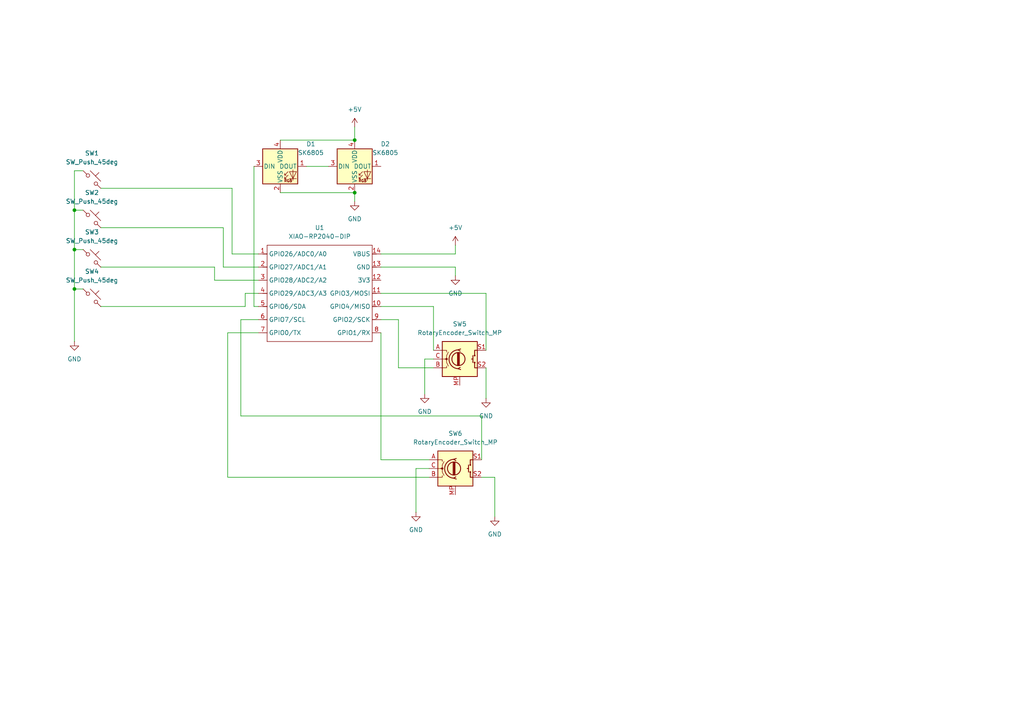
<source format=kicad_sch>
(kicad_sch (version 20250114) (generator "eeschema") (generator_version "9.0")
  (paper "A4")
  (lib_symbols
    (symbol "Device:RotaryEncoder_Switch_MP" (pin_names (offset 0.254) (hide yes))
      (property "Reference" "SW" (at 0 8.89 0))
      (property "Value" "RotaryEncoder_Switch_MP" (at 0 6.35 0))
      (symbol "RotaryEncoder_Switch_MP_0_1"
        (rectangle (start -5.08 5.08) (end 5.08 -5.08) (stroke (width 0.254)) (fill (type background)))
        (polyline (pts (xy -5.08 2.54) (xy -3.81 2.54) (xy -3.81 2.032)))
        (polyline (pts (xy -5.08 0) (xy -3.81 0) (xy -3.81 -1.016) (xy -3.302 -2.032)))
        (polyline (pts (xy -5.08 -2.54) (xy -3.81 -2.54) (xy -3.81 -2.032)))
        (polyline (pts (xy -4.318 0) (xy -3.81 0) (xy -3.81 1.016) (xy -3.302 2.032)))
        (circle (center -3.81 0) (radius 0.254) (fill (type outline)))
        (polyline (pts (xy -0.635 -1.778) (xy -0.635 1.778)) (stroke (width 0.254)))
        (circle (center -0.381 0) (radius 1.905) (stroke (width 0.254)))
        (polyline (pts (xy -0.381 -1.778) (xy -0.381 1.778)) (stroke (width 0.254)))
        (arc (start -0.381 -2.794) (mid -3.0988 -0.0635) (end -0.381 2.667) (stroke (width 0.254)))
        (polyline (pts (xy -0.127 1.778) (xy -0.127 -1.778)) (stroke (width 0.254)))
        (polyline (pts (xy 0.254 2.921) (xy -0.508 2.667) (xy 0.127 2.286)) (stroke (width 0.254)))
        (polyline (pts (xy 0.254 -3.048) (xy -0.508 -2.794) (xy 0.127 -2.413)) (stroke (width 0.254)))
        (polyline (pts (xy 3.81 1.016) (xy 3.81 -1.016)) (stroke (width 0.254)))
        (polyline (pts (xy 3.81 0) (xy 3.429 0)) (stroke (width 0.254)))
        (circle (center 4.318 1.016) (radius 0.127) (stroke (width 0.254)))
        (circle (center 4.318 -1.016) (radius 0.127) (stroke (width 0.254)))
        (polyline (pts (xy 5.08 2.54) (xy 4.318 2.54) (xy 4.318 1.016)) (stroke (width 0.254)))
        (polyline (pts (xy 5.08 -2.54) (xy 4.318 -2.54) (xy 4.318 -1.016)) (stroke (width 0.254)))
      )
      (symbol "RotaryEncoder_Switch_MP_1_1"
        (pin passive line (at -7.62 2.54 0) (length 2.54) (name "A") (number "A"))
        (pin passive line (at -7.62 0 0) (length 2.54) (name "C") (number "C"))
        (pin passive line (at -7.62 -2.54 0) (length 2.54) (name "B") (number "B"))
        (pin passive line (at 0 -7.62 90) (length 2.54) (name "MP") (number "MP"))
        (pin passive line (at 7.62 2.54 180) (length 2.54) (name "S1") (number "S1"))
        (pin passive line (at 7.62 -2.54 180) (length 2.54) (name "S2") (number "S2"))
      )
    )
    (symbol "LED:SK6805" (pin_names (offset 0.254))
      (property "Reference" "D" (at 5.08 5.715 0))
      (property "Value" "SK6805" (at 1.27 -5.715 0))
      (symbol "SK6805_0_0"
        (text "RGB" (at 2.286 -4.191 0) (effects (font (size 0.762 0.762))))
      )
      (symbol "SK6805_0_1"
        (polyline (pts (xy 1.27 -2.54) (xy 1.778 -2.54)))
        (polyline (pts (xy 1.27 -3.556) (xy 1.778 -3.556)))
        (polyline (pts (xy 2.286 -1.524) (xy 1.27 -2.54) (xy 1.27 -2.032)))
        (polyline (pts (xy 2.286 -2.54) (xy 1.27 -3.556) (xy 1.27 -3.048)))
        (polyline (pts (xy 3.683 -1.016) (xy 3.683 -3.556) (xy 3.683 -4.064)))
        (polyline (pts (xy 4.699 -1.524) (xy 2.667 -1.524) (xy 3.683 -3.556) (xy 4.699 -1.524)))
        (polyline (pts (xy 4.699 -3.556) (xy 2.667 -3.556)))
        (rectangle (start 5.08 5.08) (end -5.08 -5.08) (stroke (width 0.254)) (fill (type background)))
      )
      (symbol "SK6805_1_1"
        (pin input line (at -7.62 0 0) (length 2.54) (name "DIN") (number "3"))
        (pin power_in line (at 0 7.62 270) (length 2.54) (name "VDD") (number "4"))
        (pin power_in line (at 0 -7.62 90) (length 2.54) (name "VSS") (number "2"))
        (pin output line (at 7.62 0 180) (length 2.54) (name "DOUT") (number "1"))
      )
    )
    (symbol "Switch:SW_Push_45deg" (pin_numbers (hide yes)) (pin_names (offset 1.016) (hide yes))
      (property "Reference" "SW" (at 3.048 1.016 0))
      (property "Value" "SW_Push_45deg" (at 0 -3.81 0))
      (symbol "SW_Push_45deg_0_1"
        (polyline (pts (xy -2.54 2.54) (xy -1.524 1.524) (xy -1.524 1.524)))
        (circle (center -1.1684 1.1684) (radius 0.508))
        (polyline (pts (xy -0.508 2.54) (xy 2.54 -0.508)))
        (polyline (pts (xy 1.016 1.016) (xy 2.032 2.032)))
        (circle (center 1.143 -1.1938) (radius 0.508))
        (polyline (pts (xy 1.524 -1.524) (xy 2.54 -2.54) (xy 2.54 -2.54) (xy 2.54 -2.54)))
        (pin passive line (at -2.54 2.54 0) (length 0) (name "1") (number "1"))
        (pin passive line (at 2.54 -2.54 180) (length 0) (name "2") (number "2"))
      )
    )
    (symbol "XIAO:XIAO-RP2040-DIP"
      (property "Reference" "U" (at 0 0 0))
      (property "Value" "XIAO-RP2040-DIP" (at 5.334 -1.778 0))
      (symbol "XIAO-RP2040-DIP_1_0"
        (polyline (pts (xy -1.27 -2.54) (xy 29.21 -2.54)) (stroke (width 0.1524)))
        (polyline (pts (xy -1.27 -5.08) (xy -2.54 -5.08)) (stroke (width 0.1524)))
        (polyline (pts (xy -1.27 -5.08) (xy -1.27 -2.54)) (stroke (width 0.1524)))
        (polyline (pts (xy -1.27 -8.89) (xy -2.54 -8.89)) (stroke (width 0.1524)))
        (polyline (pts (xy -1.27 -8.89) (xy -1.27 -5.08)) (stroke (width 0.1524)))
        (polyline (pts (xy -1.27 -12.7) (xy -2.54 -12.7)) (stroke (width 0.1524)))
        (polyline (pts (xy -1.27 -12.7) (xy -1.27 -8.89)) (stroke (width 0.1524)))
        (polyline (pts (xy -1.27 -16.51) (xy -2.54 -16.51)) (stroke (width 0.1524)))
        (polyline (pts (xy -1.27 -16.51) (xy -1.27 -12.7)) (stroke (width 0.1524)))
        (polyline (pts (xy -1.27 -20.32) (xy -2.54 -20.32)) (stroke (width 0.1524)))
        (polyline (pts (xy -1.27 -24.13) (xy -2.54 -24.13)) (stroke (width 0.1524)))
        (polyline (pts (xy -1.27 -27.94) (xy -2.54 -27.94)) (stroke (width 0.1524)))
        (polyline (pts (xy -1.27 -30.48) (xy -1.27 -16.51)) (stroke (width 0.1524)))
        (polyline (pts (xy 29.21 -2.54) (xy 29.21 -5.08)) (stroke (width 0.1524)))
        (polyline (pts (xy 29.21 -5.08) (xy 29.21 -8.89)) (stroke (width 0.1524)))
        (polyline (pts (xy 29.21 -8.89) (xy 29.21 -12.7)) (stroke (width 0.1524)))
        (polyline (pts (xy 29.21 -12.7) (xy 29.21 -30.48)) (stroke (width 0.1524)))
        (polyline (pts (xy 29.21 -30.48) (xy -1.27 -30.48)) (stroke (width 0.1524)))
        (polyline (pts (xy 30.48 -5.08) (xy 29.21 -5.08)) (stroke (width 0.1524)))
        (polyline (pts (xy 30.48 -8.89) (xy 29.21 -8.89)) (stroke (width 0.1524)))
        (polyline (pts (xy 30.48 -12.7) (xy 29.21 -12.7)) (stroke (width 0.1524)))
        (polyline (pts (xy 30.48 -16.51) (xy 29.21 -16.51)) (stroke (width 0.1524)))
        (polyline (pts (xy 30.48 -20.32) (xy 29.21 -20.32)) (stroke (width 0.1524)))
        (polyline (pts (xy 30.48 -24.13) (xy 29.21 -24.13)) (stroke (width 0.1524)))
        (polyline (pts (xy 30.48 -27.94) (xy 29.21 -27.94)) (stroke (width 0.1524)))
        (pin passive line (at -3.81 -5.08 0) (length 2.54) (name "GPIO26/ADC0/A0") (number "1"))
        (pin passive line (at -3.81 -8.89 0) (length 2.54) (name "GPIO27/ADC1/A1") (number "2"))
        (pin passive line (at -3.81 -12.7 0) (length 2.54) (name "GPIO28/ADC2/A2") (number "3"))
        (pin passive line (at -3.81 -16.51 0) (length 2.54) (name "GPIO29/ADC3/A3") (number "4"))
        (pin passive line (at -3.81 -20.32 0) (length 2.54) (name "GPIO6/SDA") (number "5"))
        (pin passive line (at -3.81 -24.13 0) (length 2.54) (name "GPIO7/SCL") (number "6"))
        (pin passive line (at -3.81 -27.94 0) (length 2.54) (name "GPIO0/TX") (number "7"))
        (pin passive line (at 31.75 -5.08 180) (length 2.54) (name "VBUS") (number "14"))
        (pin passive line (at 31.75 -8.89 180) (length 2.54) (name "GND") (number "13"))
        (pin passive line (at 31.75 -12.7 180) (length 2.54) (name "3V3") (number "12"))
        (pin passive line (at 31.75 -16.51 180) (length 2.54) (name "GPIO3/MOSI") (number "11"))
        (pin passive line (at 31.75 -20.32 180) (length 2.54) (name "GPIO4/MISO") (number "10"))
        (pin passive line (at 31.75 -24.13 180) (length 2.54) (name "GPIO2/SCK") (number "9"))
        (pin passive line (at 31.75 -27.94 180) (length 2.54) (name "GPIO1/RX") (number "8"))
      )
    )
    (symbol "power:+5V" (power) (pin_numbers (hide yes)) (pin_names (offset 0) (hide yes))
      (property "Value" "+5V" (at 0 3.556 0))
      (symbol "+5V_0_1"
        (polyline (pts (xy -0.762 1.27) (xy 0 2.54)))
        (polyline (pts (xy 0 2.54) (xy 0.762 1.27)))
        (polyline (pts (xy 0 0) (xy 0 2.54)))
      )
      (symbol "+5V_1_1"
        (pin power_in line (at 0 0 90) (length 0) (name "~") (number "1"))
      )
    )
    (symbol "power:GND" (power) (pin_numbers (hide yes)) (pin_names (offset 0) (hide yes))
      (property "Value" "GND" (at 0 -3.81 0))
      (symbol "GND_0_1"
        (polyline (pts (xy 0 0) (xy 0 -1.27) (xy 1.27 -1.27) (xy 0 -2.54) (xy -1.27 -1.27) (xy 0 -1.27)))
      )
      (symbol "GND_1_1"
        (pin power_in line (at 0 0 270) (length 0) (name "~") (number "1"))
      )
    )
  )
  (junction (at 102.87 55.88))
  (junction (at 21.59 72.39))
  (junction (at 21.59 83.82))
  (junction (at 102.87 40.64))
  (junction (at 21.59 60.96))
  (wire (pts (xy 110.49 96.52) (xy 110.49 133.35)))
  (wire (pts (xy 140.97 106.68) (xy 140.97 115.57)))
  (wire (pts (xy 115.57 92.71) (xy 110.49 92.71)))
  (wire (pts (xy 69.85 92.71) (xy 74.93 92.71)))
  (wire (pts (xy 29.21 88.9) (xy 71.12 88.9)))
  (wire (pts (xy 81.28 40.64) (xy 102.87 40.64)))
  (wire (pts (xy 21.59 83.82) (xy 24.13 83.82)))
  (wire (pts (xy 66.04 138.43) (xy 66.04 96.52)))
  (wire (pts (xy 71.12 88.9) (xy 71.12 85.09)))
  (wire (pts (xy 102.87 55.88) (xy 102.87 58.42)))
  (wire (pts (xy 110.49 73.66) (xy 132.08 73.66)))
  (wire (pts (xy 110.49 77.47) (xy 132.08 77.47)))
  (wire (pts (xy 21.59 60.96) (xy 24.13 60.96)))
  (wire (pts (xy 64.77 77.47) (xy 74.93 77.47)))
  (wire (pts (xy 124.46 135.89) (xy 120.65 135.89)))
  (wire (pts (xy 139.7 133.35) (xy 139.7 120.65)))
  (wire (pts (xy 21.59 49.53) (xy 21.59 60.96)))
  (wire (pts (xy 120.65 135.89) (xy 120.65 148.59)))
  (wire (pts (xy 69.85 120.65) (xy 69.85 92.71)))
  (wire (pts (xy 140.97 85.09) (xy 110.49 85.09)))
  (wire (pts (xy 21.59 60.96) (xy 21.59 72.39)))
  (wire (pts (xy 123.19 104.14) (xy 123.19 114.3)))
  (wire (pts (xy 132.08 73.66) (xy 132.08 71.12)))
  (wire (pts (xy 64.77 66.04) (xy 64.77 77.47)))
  (wire (pts (xy 125.73 104.14) (xy 123.19 104.14)))
  (wire (pts (xy 115.57 106.68) (xy 115.57 92.71)))
  (wire (pts (xy 21.59 72.39) (xy 21.59 83.82)))
  (wire (pts (xy 73.66 48.26) (xy 73.66 88.9)))
  (wire (pts (xy 29.21 77.47) (xy 62.23 77.47)))
  (wire (pts (xy 125.73 88.9) (xy 110.49 88.9)))
  (wire (pts (xy 124.46 138.43) (xy 66.04 138.43)))
  (wire (pts (xy 110.49 133.35) (xy 124.46 133.35)))
  (wire (pts (xy 143.51 138.43) (xy 143.51 149.86)))
  (wire (pts (xy 21.59 72.39) (xy 24.13 72.39)))
  (wire (pts (xy 21.59 83.82) (xy 21.59 99.06)))
  (wire (pts (xy 102.87 36.83) (xy 102.87 40.64)))
  (wire (pts (xy 62.23 77.47) (xy 62.23 81.28)))
  (wire (pts (xy 139.7 138.43) (xy 143.51 138.43)))
  (wire (pts (xy 132.08 77.47) (xy 132.08 80.01)))
  (wire (pts (xy 67.31 73.66) (xy 74.93 73.66)))
  (wire (pts (xy 140.97 101.6) (xy 140.97 85.09)))
  (wire (pts (xy 73.66 88.9) (xy 74.93 88.9)))
  (wire (pts (xy 66.04 96.52) (xy 74.93 96.52)))
  (wire (pts (xy 88.9 48.26) (xy 95.25 48.26)))
  (wire (pts (xy 24.13 49.53) (xy 21.59 49.53)))
  (wire (pts (xy 125.73 101.6) (xy 125.73 88.9)))
  (wire (pts (xy 125.73 106.68) (xy 115.57 106.68)))
  (wire (pts (xy 81.28 55.88) (xy 102.87 55.88)))
  (wire (pts (xy 67.31 54.61) (xy 67.31 73.66)))
  (wire (pts (xy 139.7 120.65) (xy 69.85 120.65)))
  (wire (pts (xy 29.21 54.61) (xy 67.31 54.61)))
  (wire (pts (xy 71.12 85.09) (xy 74.93 85.09)))
  (wire (pts (xy 29.21 66.04) (xy 64.77 66.04)))
  (wire (pts (xy 62.23 81.28) (xy 74.93 81.28)))
  (symbol (lib_id "Switch:SW_Push_45deg") (at 26.67 52.07 0) (unit 1)
    (property "Reference" "SW1" (at 26.67 44.45 0))
    (property "Value" "SW_Push_45deg" (at 26.67 46.99 0))
    (property "Footprint" "PCM_Switch_Keyboard_Cherry_MX:SW_Cherry_MX_PCB_1.00u" (effects (hide yes)))
    (property "Description" "Push button switch, normally open, two pins, 45° tilted" (effects (hide yes)))
  )
  (symbol (lib_id "power:GND") (at 132.08 80.01 0) (unit 1)
    (property "Reference" "#PWR04" (effects (hide yes)))
    (property "Value" "GND" (at 132.08 85.09 0))
    (property "Description" "Power symbol creates a global label with name \"GND\" , ground" (effects (hide yes)))
  )
  (symbol (lib_id "Switch:SW_Push_45deg") (at 26.67 63.5 0) (unit 1)
    (property "Reference" "SW2" (at 26.67 55.88 0))
    (property "Value" "SW_Push_45deg" (at 26.67 58.42 0))
    (property "Footprint" "PCM_Switch_Keyboard_Cherry_MX:SW_Cherry_MX_PCB_1.00u" (effects (hide yes)))
    (property "Description" "Push button switch, normally open, two pins, 45° tilted" (effects (hide yes)))
  )
  (symbol (lib_id "XIAO:XIAO-RP2040-DIP") (at 78.74 68.58 0) (unit 1)
    (property "Reference" "U1" (at 92.71 66.04 0))
    (property "Value" "XIAO-RP2040-DIP" (at 92.71 68.58 0))
    (property "Footprint" "Module:MOUDLE14P-XIAO-DIP-SMD" (effects (hide yes)))
  )
  (symbol (lib_id "power:+5V") (at 102.87 36.83 0) (unit 1)
    (property "Reference" "#PWR01" (effects (hide yes)))
    (property "Value" "+5V" (at 102.87 31.75 0))
    (property "Description" "Power symbol creates a global label with name \"+5V\"" (effects (hide yes)))
  )
  (symbol (lib_id "Switch:SW_Push_45deg") (at 26.67 74.93 0) (unit 1)
    (property "Reference" "SW3" (at 26.67 67.31 0))
    (property "Value" "SW_Push_45deg" (at 26.67 69.85 0))
    (property "Footprint" "PCM_Switch_Keyboard_Cherry_MX:SW_Cherry_MX_PCB_1.00u" (effects (hide yes)))
    (property "Description" "Push button switch, normally open, two pins, 45° tilted" (effects (hide yes)))
  )
  (symbol (lib_id "LED:SK6805") (at 81.28 48.26 0) (unit 1)
    (property "Reference" "D1" (at 90.17 41.7699 0))
    (property "Value" "SK6805" (at 90.17 44.3099 0))
    (property "Footprint" "LED_SMD:LED_SK6805_PLCC4_2.4x2.7mm_P1.3mm" (effects (hide yes)))
    (property "Datasheet" "https://cdn-shop.adafruit.com/product-files/3484/3484_Datasheet.pdf" (effects (hide yes)))
    (property "Description" "RGB LED with integrated controller" (effects (hide yes)))
  )
  (symbol (lib_id "Switch:SW_Push_45deg") (at 26.67 86.36 0) (unit 1)
    (property "Reference" "SW4" (at 26.67 78.74 0))
    (property "Value" "SW_Push_45deg" (at 26.67 81.28 0))
    (property "Footprint" "PCM_Switch_Keyboard_Cherry_MX:SW_Cherry_MX_PCB_1.00u" (effects (hide yes)))
    (property "Description" "Push button switch, normally open, two pins, 45° tilted" (effects (hide yes)))
  )
  (symbol (lib_id "Device:RotaryEncoder_Switch_MP") (at 132.08 135.89 0) (unit 1)
    (property "Reference" "SW6" (at 132.08 125.73 0))
    (property "Value" "RotaryEncoder_Switch_MP" (at 132.08 128.27 0))
    (property "Footprint" "Rotary_Encoder:RotaryEncoder_Alps_EC11E-Switch_Vertical_H20mm_CircularMountingHoles" (effects (hide yes)))
    (property "Description" "Rotary encoder, dual channel, incremental quadrate outputs, with switch and MP Pin" (effects (hide yes)))
  )
  (symbol (lib_id "power:GND") (at 143.51 149.86 0) (unit 1)
    (property "Reference" "#PWR09" (effects (hide yes)))
    (property "Value" "GND" (at 143.51 154.94 0))
    (property "Description" "Power symbol creates a global label with name \"GND\" , ground" (effects (hide yes)))
  )
  (symbol (lib_id "power:GND") (at 21.59 99.06 0) (unit 1)
    (property "Reference" "#PWR05" (effects (hide yes)))
    (property "Value" "GND" (at 21.59 104.14 0))
    (property "Description" "Power symbol creates a global label with name \"GND\" , ground" (effects (hide yes)))
  )
  (symbol (lib_id "power:GND") (at 123.19 114.3 0) (unit 1)
    (property "Reference" "#PWR06" (effects (hide yes)))
    (property "Value" "GND" (at 123.19 119.38 0))
    (property "Description" "Power symbol creates a global label with name \"GND\" , ground" (effects (hide yes)))
  )
  (symbol (lib_id "power:GND") (at 102.87 58.42 0) (unit 1)
    (property "Reference" "#PWR02" (effects (hide yes)))
    (property "Value" "GND" (at 102.87 63.5 0))
    (property "Description" "Power symbol creates a global label with name \"GND\" , ground" (effects (hide yes)))
  )
  (symbol (lib_id "power:GND") (at 120.65 148.59 0) (unit 1)
    (property "Reference" "#PWR08" (effects (hide yes)))
    (property "Value" "GND" (at 120.65 153.67 0))
    (property "Description" "Power symbol creates a global label with name \"GND\" , ground" (effects (hide yes)))
  )
  (symbol (lib_id "power:+5V") (at 132.08 71.12 0) (unit 1)
    (property "Reference" "#PWR03" (effects (hide yes)))
    (property "Value" "+5V" (at 132.08 66.04 0))
    (property "Description" "Power symbol creates a global label with name \"+5V\"" (effects (hide yes)))
  )
  (symbol (lib_id "LED:SK6805") (at 102.87 48.26 0) (unit 1)
    (property "Reference" "D2" (at 111.76 41.7699 0))
    (property "Value" "SK6805" (at 111.76 44.3099 0))
    (property "Footprint" "LED_SMD:LED_SK6805_PLCC4_2.4x2.7mm_P1.3mm" (effects (hide yes)))
    (property "Datasheet" "https://cdn-shop.adafruit.com/product-files/3484/3484_Datasheet.pdf" (effects (hide yes)))
    (property "Description" "RGB LED with integrated controller" (effects (hide yes)))
  )
  (symbol (lib_id "Device:RotaryEncoder_Switch_MP") (at 133.35 104.14 0) (unit 1)
    (property "Reference" "SW5" (at 133.35 93.98 0))
    (property "Value" "RotaryEncoder_Switch_MP" (at 133.35 96.52 0))
    (property "Footprint" "Rotary_Encoder:RotaryEncoder_Alps_EC11E-Switch_Vertical_H20mm_CircularMountingHoles" (effects (hide yes)))
    (property "Description" "Rotary encoder, dual channel, incremental quadrate outputs, with switch and MP Pin" (effects (hide yes)))
  )
  (symbol (lib_id "power:GND") (at 140.97 115.57 0) (unit 1)
    (property "Reference" "#PWR07" (effects (hide yes)))
    (property "Value" "GND" (at 140.97 120.65 0))
    (property "Description" "Power symbol creates a global label with name \"GND\" , ground" (effects (hide yes)))
  )
)
</source>
